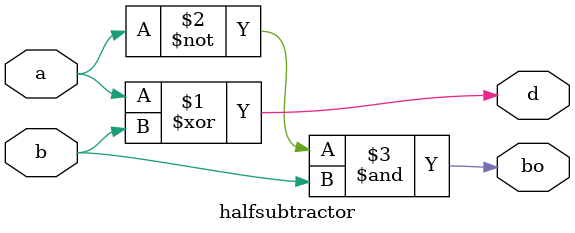
<source format=v>

module halfsubtractor
(input a,b,
 output d,bo);

assign d=a^b,
       bo=~a&b;
endmodule

</source>
